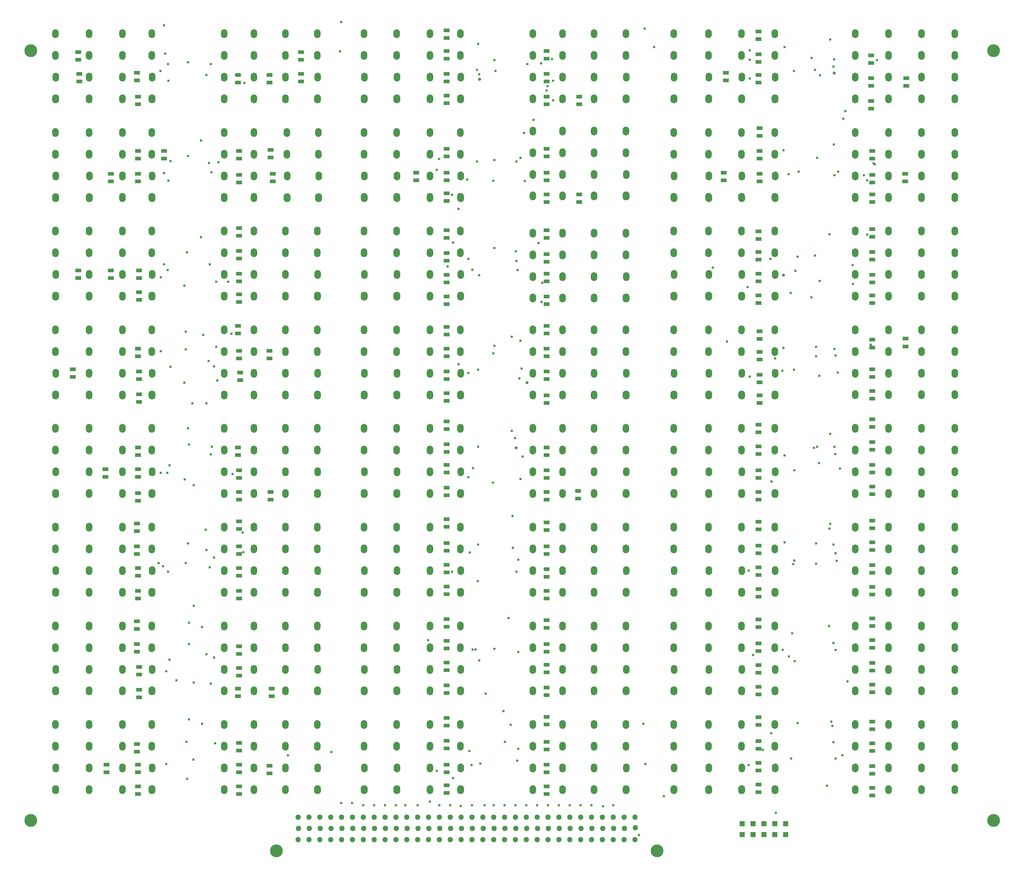
<source format=gbs>
%FSLAX42Y42*%
%MOMM*%
G71*
G01*
G75*
G04 Layer_Color=16711935*
%ADD10R,1.85X0.60*%
%ADD11C,0.30*%
G04:AMPARAMS|DCode=12|XSize=2mm|YSize=1.52mm|CornerRadius=0.61mm|HoleSize=0mm|Usage=FLASHONLY|Rotation=90.000|XOffset=0mm|YOffset=0mm|HoleType=Round|Shape=RoundedRectangle|*
%AMROUNDEDRECTD12*
21,1,2.00,0.30,0,0,90.0*
21,1,0.78,1.52,0,0,90.0*
1,1,1.22,0.15,0.39*
1,1,1.22,0.15,-0.39*
1,1,1.22,-0.15,-0.39*
1,1,1.22,-0.15,0.39*
%
%ADD12ROUNDEDRECTD12*%
%ADD13C,3.00*%
%ADD14R,1.30X1.30*%
%ADD15C,1.30*%
%ADD16C,0.60*%
%ADD17C,0.70*%
%ADD18R,1.40X0.90*%
%ADD19C,0.60*%
%ADD20C,0.25*%
%ADD21C,0.25*%
%ADD22C,0.20*%
%ADD23R,1.85X0.60*%
G04:AMPARAMS|DCode=24|XSize=2mm|YSize=1.53mm|CornerRadius=0.61mm|HoleSize=0mm|Usage=FLASHONLY|Rotation=90.000|XOffset=0mm|YOffset=0mm|HoleType=Round|Shape=RoundedRectangle|*
%AMROUNDEDRECTD24*
21,1,2.00,0.30,0,0,90.0*
21,1,0.78,1.53,0,0,90.0*
1,1,1.22,0.15,0.39*
1,1,1.22,0.15,-0.39*
1,1,1.22,-0.15,-0.39*
1,1,1.22,-0.15,0.39*
%
%ADD24ROUNDEDRECTD24*%
%ADD25C,3.00*%
%ADD26R,1.30X1.30*%
%ADD27C,1.30*%
%ADD28C,0.60*%
%ADD29C,0.70*%
%ADD30R,1.40X0.90*%
D24*
X22087Y-1941D02*
D03*
X22091Y-1942D02*
D03*
X22087Y-1941D02*
D03*
X22091Y-1436D02*
D03*
X22087Y-928D02*
D03*
Y-420D02*
D03*
X21306Y-1941D02*
D03*
X21310Y-1942D02*
D03*
X21306Y-1941D02*
D03*
X21310Y-1436D02*
D03*
X21306Y-928D02*
D03*
Y-420D02*
D03*
X20538Y-1941D02*
D03*
X20542Y-1942D02*
D03*
X20538Y-1941D02*
D03*
X20542Y-1436D02*
D03*
X20538Y-928D02*
D03*
Y-420D02*
D03*
X19757Y-1941D02*
D03*
X19761Y-1942D02*
D03*
X19757Y-1941D02*
D03*
X19761Y-1436D02*
D03*
X19757Y-928D02*
D03*
Y-420D02*
D03*
X17883Y-1941D02*
D03*
X17888Y-1942D02*
D03*
X17883Y-1941D02*
D03*
X17888Y-1436D02*
D03*
X17883Y-928D02*
D03*
Y-420D02*
D03*
X17102Y-1941D02*
D03*
X17107Y-1942D02*
D03*
X17102Y-1941D02*
D03*
X17107Y-1436D02*
D03*
X17102Y-928D02*
D03*
Y-420D02*
D03*
X16334Y-1941D02*
D03*
X16338Y-1942D02*
D03*
X16334Y-1941D02*
D03*
X16338Y-1436D02*
D03*
X16334Y-928D02*
D03*
Y-420D02*
D03*
X15519Y-1941D02*
D03*
X15523Y-1942D02*
D03*
X15519Y-1941D02*
D03*
X15523Y-1436D02*
D03*
X15519Y-928D02*
D03*
Y-420D02*
D03*
X14402Y-1941D02*
D03*
X14406Y-1942D02*
D03*
X14402Y-1941D02*
D03*
X14406Y-1436D02*
D03*
X14402Y-928D02*
D03*
Y-420D02*
D03*
X13653Y-1941D02*
D03*
X13657Y-1942D02*
D03*
X13653Y-1941D02*
D03*
X13657Y-1436D02*
D03*
X13653Y-928D02*
D03*
Y-420D02*
D03*
X12916Y-1941D02*
D03*
X12920Y-1942D02*
D03*
X12916Y-1941D02*
D03*
X12920Y-1436D02*
D03*
X12916Y-928D02*
D03*
Y-420D02*
D03*
X12224Y-1941D02*
D03*
X12228Y-1942D02*
D03*
X12224Y-1941D02*
D03*
X12228Y-1436D02*
D03*
X12224Y-928D02*
D03*
Y-420D02*
D03*
X10534Y-1941D02*
D03*
X10538Y-1942D02*
D03*
X10534Y-1941D02*
D03*
X10538Y-1436D02*
D03*
X10534Y-928D02*
D03*
Y-420D02*
D03*
X9818Y-1941D02*
D03*
X9822Y-1942D02*
D03*
X9818Y-1941D02*
D03*
X9822Y-1436D02*
D03*
X9818Y-928D02*
D03*
Y-420D02*
D03*
X9042Y-1941D02*
D03*
X9046Y-1942D02*
D03*
X9042Y-1941D02*
D03*
X9046Y-1436D02*
D03*
X9042Y-928D02*
D03*
Y-420D02*
D03*
X8282Y-1941D02*
D03*
X8286Y-1942D02*
D03*
X8282Y-1941D02*
D03*
X8286Y-1436D02*
D03*
X8282Y-928D02*
D03*
Y-420D02*
D03*
X7188Y-1941D02*
D03*
X7192Y-1942D02*
D03*
X7188Y-1941D02*
D03*
X7192Y-1436D02*
D03*
X7188Y-928D02*
D03*
Y-420D02*
D03*
X6439Y-1941D02*
D03*
X6443Y-1942D02*
D03*
X6439Y-1941D02*
D03*
X6443Y-1436D02*
D03*
X6439Y-928D02*
D03*
Y-420D02*
D03*
X5702Y-1941D02*
D03*
X5706Y-1942D02*
D03*
X5702Y-1941D02*
D03*
X5706Y-1436D02*
D03*
X5702Y-928D02*
D03*
Y-420D02*
D03*
X5010Y-1941D02*
D03*
X5014Y-1942D02*
D03*
X5010Y-1941D02*
D03*
X5014Y-1436D02*
D03*
X5010Y-928D02*
D03*
Y-420D02*
D03*
X3321Y-1941D02*
D03*
X3325Y-1942D02*
D03*
X3321Y-1941D02*
D03*
X3325Y-1436D02*
D03*
X3321Y-928D02*
D03*
Y-420D02*
D03*
X2629Y-1941D02*
D03*
X2633Y-1942D02*
D03*
X2629Y-1941D02*
D03*
X2633Y-1436D02*
D03*
X2629Y-928D02*
D03*
Y-420D02*
D03*
X1849Y-1941D02*
D03*
X1853Y-1942D02*
D03*
X1849Y-1941D02*
D03*
X1853Y-1436D02*
D03*
X1849Y-928D02*
D03*
Y-420D02*
D03*
X1068Y-1941D02*
D03*
X1072Y-1942D02*
D03*
X1068Y-1941D02*
D03*
X1072Y-1436D02*
D03*
X1068Y-928D02*
D03*
Y-420D02*
D03*
X9818Y-18096D02*
D03*
X9822Y-18096D02*
D03*
X9818Y-18096D02*
D03*
X9822Y-17590D02*
D03*
X9818Y-17082D02*
D03*
Y-16574D02*
D03*
X1849Y-13480D02*
D03*
X1853Y-13481D02*
D03*
X1849Y-13480D02*
D03*
X1853Y-12975D02*
D03*
X1849Y-12467D02*
D03*
Y-11959D02*
D03*
X1067Y-4253D02*
D03*
X1071Y-4253D02*
D03*
X1067Y-4253D02*
D03*
X1071Y-3747D02*
D03*
X1067Y-3239D02*
D03*
Y-2731D02*
D03*
X1854Y-4253D02*
D03*
X1858Y-4253D02*
D03*
X1854Y-4253D02*
D03*
X1858Y-3747D02*
D03*
X1854Y-3239D02*
D03*
Y-2731D02*
D03*
X5702Y-4249D02*
D03*
X5706Y-4250D02*
D03*
X5702Y-4249D02*
D03*
X5706Y-3744D02*
D03*
X5702Y-3236D02*
D03*
Y-2728D02*
D03*
X5010Y-4249D02*
D03*
X5014Y-4250D02*
D03*
X5010Y-4249D02*
D03*
X5014Y-3744D02*
D03*
X5010Y-3236D02*
D03*
Y-2728D02*
D03*
X7188Y-6557D02*
D03*
X7192Y-6557D02*
D03*
X7188Y-6557D02*
D03*
X7192Y-6051D02*
D03*
X7188Y-5543D02*
D03*
Y-5035D02*
D03*
X3321Y-6557D02*
D03*
X3325Y-6557D02*
D03*
X3321Y-6557D02*
D03*
X3325Y-6051D02*
D03*
X3321Y-5543D02*
D03*
Y-5035D02*
D03*
X5702Y-6557D02*
D03*
X5706Y-6557D02*
D03*
X5702Y-6557D02*
D03*
X5706Y-6051D02*
D03*
X5702Y-5543D02*
D03*
Y-5035D02*
D03*
X5010Y-6557D02*
D03*
X5014Y-6557D02*
D03*
X5010Y-6557D02*
D03*
X5014Y-6051D02*
D03*
X5010Y-5543D02*
D03*
Y-5035D02*
D03*
X3321Y-4249D02*
D03*
X3325Y-4250D02*
D03*
X3321Y-4249D02*
D03*
X3325Y-3744D02*
D03*
X3321Y-3236D02*
D03*
Y-2728D02*
D03*
X2629Y-4249D02*
D03*
X2633Y-4250D02*
D03*
X2629Y-4249D02*
D03*
X2633Y-3744D02*
D03*
X2629Y-3236D02*
D03*
Y-2728D02*
D03*
X6477Y-4253D02*
D03*
X6481Y-4253D02*
D03*
X6477Y-4253D02*
D03*
X6481Y-3747D02*
D03*
X6477Y-3239D02*
D03*
Y-2731D02*
D03*
X7213Y-4253D02*
D03*
X7217Y-4253D02*
D03*
X7213Y-4253D02*
D03*
X7217Y-3747D02*
D03*
X7213Y-3239D02*
D03*
Y-2731D02*
D03*
X2629Y-6557D02*
D03*
X2633Y-6557D02*
D03*
X2629Y-6557D02*
D03*
X2633Y-6051D02*
D03*
X2629Y-5543D02*
D03*
Y-5035D02*
D03*
X1849Y-6557D02*
D03*
X1853Y-6557D02*
D03*
X1849Y-6557D02*
D03*
X1853Y-6051D02*
D03*
X1849Y-5543D02*
D03*
Y-5035D02*
D03*
X1068Y-6557D02*
D03*
X1072Y-6557D02*
D03*
X1068Y-6557D02*
D03*
X1072Y-6051D02*
D03*
X1068Y-5543D02*
D03*
Y-5035D02*
D03*
X6439Y-6557D02*
D03*
X6443Y-6557D02*
D03*
X6439Y-6557D02*
D03*
X6443Y-6051D02*
D03*
X6439Y-5543D02*
D03*
Y-5035D02*
D03*
X6439Y-8865D02*
D03*
X6443Y-8865D02*
D03*
X6439Y-8865D02*
D03*
X6443Y-8359D02*
D03*
X6439Y-7851D02*
D03*
Y-7343D02*
D03*
X5702Y-8865D02*
D03*
X5706Y-8865D02*
D03*
X5702Y-8865D02*
D03*
X5706Y-8359D02*
D03*
X5702Y-7851D02*
D03*
Y-7343D02*
D03*
X5010Y-8865D02*
D03*
X5014Y-8865D02*
D03*
X5010Y-8865D02*
D03*
X5014Y-8359D02*
D03*
X5010Y-7851D02*
D03*
Y-7343D02*
D03*
X1849Y-8865D02*
D03*
X1853Y-8865D02*
D03*
X1849Y-8865D02*
D03*
X1853Y-8359D02*
D03*
X1849Y-7851D02*
D03*
Y-7343D02*
D03*
X3321Y-11172D02*
D03*
X3325Y-11173D02*
D03*
X3321Y-11172D02*
D03*
X3325Y-10667D02*
D03*
X3321Y-10159D02*
D03*
Y-9651D02*
D03*
X6439Y-11172D02*
D03*
X6443Y-11173D02*
D03*
X6439Y-11172D02*
D03*
X6443Y-10667D02*
D03*
X6439Y-10159D02*
D03*
Y-9651D02*
D03*
X5702Y-11172D02*
D03*
X5706Y-11173D02*
D03*
X5702Y-11172D02*
D03*
X5706Y-10667D02*
D03*
X5702Y-10159D02*
D03*
Y-9651D02*
D03*
X5010Y-11172D02*
D03*
X5014Y-11173D02*
D03*
X5010Y-11172D02*
D03*
X5014Y-10667D02*
D03*
X5010Y-10159D02*
D03*
Y-9651D02*
D03*
X3321Y-8865D02*
D03*
X3325Y-8865D02*
D03*
X3321Y-8865D02*
D03*
X3325Y-8359D02*
D03*
X3321Y-7851D02*
D03*
Y-7343D02*
D03*
X2629Y-8865D02*
D03*
X2633Y-8865D02*
D03*
X2629Y-8865D02*
D03*
X2633Y-8359D02*
D03*
X2629Y-7851D02*
D03*
Y-7343D02*
D03*
X7188Y-8865D02*
D03*
X7192Y-8865D02*
D03*
X7188Y-8865D02*
D03*
X7192Y-8359D02*
D03*
X7188Y-7851D02*
D03*
Y-7343D02*
D03*
X1068Y-8865D02*
D03*
X1072Y-8865D02*
D03*
X1068Y-8865D02*
D03*
X1072Y-8359D02*
D03*
X1068Y-7851D02*
D03*
Y-7343D02*
D03*
X2629Y-11172D02*
D03*
X2633Y-11173D02*
D03*
X2629Y-11172D02*
D03*
X2633Y-10667D02*
D03*
X2629Y-10159D02*
D03*
Y-9651D02*
D03*
X1849Y-11172D02*
D03*
X1853Y-11173D02*
D03*
X1849Y-11172D02*
D03*
X1853Y-10667D02*
D03*
X1849Y-10159D02*
D03*
Y-9651D02*
D03*
X1068Y-11172D02*
D03*
X1072Y-11173D02*
D03*
X1068Y-11172D02*
D03*
X1072Y-10667D02*
D03*
X1068Y-10159D02*
D03*
Y-9651D02*
D03*
X7188Y-11172D02*
D03*
X7192Y-11173D02*
D03*
X7188Y-11172D02*
D03*
X7192Y-10667D02*
D03*
X7188Y-10159D02*
D03*
Y-9651D02*
D03*
X3321Y-13480D02*
D03*
X3325Y-13481D02*
D03*
X3321Y-13480D02*
D03*
X3325Y-12975D02*
D03*
X3321Y-12467D02*
D03*
Y-11959D02*
D03*
X6439Y-13480D02*
D03*
X6443Y-13481D02*
D03*
X6439Y-13480D02*
D03*
X6443Y-12975D02*
D03*
X6439Y-12467D02*
D03*
Y-11959D02*
D03*
X5702Y-13480D02*
D03*
X5706Y-13481D02*
D03*
X5702Y-13480D02*
D03*
X5706Y-12975D02*
D03*
X5702Y-12467D02*
D03*
Y-11959D02*
D03*
X5010Y-13480D02*
D03*
X5014Y-13481D02*
D03*
X5010Y-13480D02*
D03*
X5014Y-12975D02*
D03*
X5010Y-12467D02*
D03*
Y-11959D02*
D03*
X3321Y-15788D02*
D03*
X3325Y-15788D02*
D03*
X3321Y-15788D02*
D03*
X3325Y-15282D02*
D03*
X3321Y-14774D02*
D03*
Y-14266D02*
D03*
X6439Y-15788D02*
D03*
X6443Y-15788D02*
D03*
X6439Y-15788D02*
D03*
X6443Y-15282D02*
D03*
X6439Y-14774D02*
D03*
Y-14266D02*
D03*
X5702Y-15788D02*
D03*
X5706Y-15788D02*
D03*
X5702Y-15788D02*
D03*
X5706Y-15282D02*
D03*
X5702Y-14774D02*
D03*
Y-14266D02*
D03*
X5010Y-15788D02*
D03*
X5014Y-15788D02*
D03*
X5010Y-15788D02*
D03*
X5014Y-15282D02*
D03*
X5010Y-14774D02*
D03*
Y-14266D02*
D03*
X2629Y-13480D02*
D03*
X2633Y-13481D02*
D03*
X2629Y-13480D02*
D03*
X2633Y-12975D02*
D03*
X2629Y-12467D02*
D03*
Y-11959D02*
D03*
X1068Y-13480D02*
D03*
X1072Y-13481D02*
D03*
X1068Y-13480D02*
D03*
X1072Y-12975D02*
D03*
X1068Y-12467D02*
D03*
Y-11959D02*
D03*
X7188Y-13480D02*
D03*
X7192Y-13481D02*
D03*
X7188Y-13480D02*
D03*
X7192Y-12975D02*
D03*
X7188Y-12467D02*
D03*
Y-11959D02*
D03*
X2629Y-15788D02*
D03*
X2633Y-15788D02*
D03*
X2629Y-15788D02*
D03*
X2633Y-15282D02*
D03*
X2629Y-14774D02*
D03*
Y-14266D02*
D03*
X1849Y-15788D02*
D03*
X1853Y-15788D02*
D03*
X1849Y-15788D02*
D03*
X1853Y-15282D02*
D03*
X1849Y-14774D02*
D03*
Y-14266D02*
D03*
X1068Y-15788D02*
D03*
X1072Y-15788D02*
D03*
X1068Y-15788D02*
D03*
X1072Y-15282D02*
D03*
X1068Y-14774D02*
D03*
Y-14266D02*
D03*
X7188Y-15788D02*
D03*
X7192Y-15788D02*
D03*
X7188Y-15788D02*
D03*
X7192Y-15282D02*
D03*
X7188Y-14774D02*
D03*
Y-14266D02*
D03*
X3321Y-18096D02*
D03*
X3325Y-18096D02*
D03*
X3321Y-18096D02*
D03*
X3325Y-17590D02*
D03*
X3321Y-17082D02*
D03*
Y-16574D02*
D03*
X6439Y-18096D02*
D03*
X6443Y-18096D02*
D03*
X6439Y-18096D02*
D03*
X6443Y-17590D02*
D03*
X6439Y-17082D02*
D03*
Y-16574D02*
D03*
X5702Y-18096D02*
D03*
X5706Y-18096D02*
D03*
X5702Y-18096D02*
D03*
X5706Y-17590D02*
D03*
X5702Y-17082D02*
D03*
Y-16574D02*
D03*
X5010Y-18096D02*
D03*
X5014Y-18096D02*
D03*
X5010Y-18096D02*
D03*
X5014Y-17590D02*
D03*
X5010Y-17082D02*
D03*
Y-16574D02*
D03*
X2629Y-18096D02*
D03*
X2633Y-18096D02*
D03*
X2629Y-18096D02*
D03*
X2633Y-17590D02*
D03*
X2629Y-17082D02*
D03*
Y-16574D02*
D03*
X1849Y-18096D02*
D03*
X1853Y-18096D02*
D03*
X1849Y-18096D02*
D03*
X1853Y-17590D02*
D03*
X1849Y-17082D02*
D03*
Y-16574D02*
D03*
X1068Y-18096D02*
D03*
X1072Y-18096D02*
D03*
X1068Y-18096D02*
D03*
X1072Y-17590D02*
D03*
X1068Y-17082D02*
D03*
Y-16574D02*
D03*
X7188Y-18096D02*
D03*
X7192Y-18096D02*
D03*
X7188Y-18096D02*
D03*
X7192Y-17590D02*
D03*
X7188Y-17082D02*
D03*
Y-16574D02*
D03*
X9042Y-18096D02*
D03*
X9046Y-18096D02*
D03*
X9042Y-18096D02*
D03*
X9046Y-17590D02*
D03*
X9042Y-17082D02*
D03*
Y-16574D02*
D03*
X8282Y-18096D02*
D03*
X8286Y-18096D02*
D03*
X8282Y-18096D02*
D03*
X8286Y-17590D02*
D03*
X8282Y-17082D02*
D03*
Y-16574D02*
D03*
X12916Y-18096D02*
D03*
X12920Y-18096D02*
D03*
X12916Y-18096D02*
D03*
X12920Y-17590D02*
D03*
X12916Y-17082D02*
D03*
Y-16574D02*
D03*
X12224Y-18096D02*
D03*
X12228Y-18096D02*
D03*
X12224Y-18096D02*
D03*
X12228Y-17590D02*
D03*
X12224Y-17082D02*
D03*
Y-16574D02*
D03*
X14402Y-18096D02*
D03*
X14406Y-18096D02*
D03*
X14402Y-18096D02*
D03*
X14406Y-17590D02*
D03*
X14402Y-17082D02*
D03*
Y-16574D02*
D03*
X13653Y-18096D02*
D03*
X13657Y-18096D02*
D03*
X13653Y-18096D02*
D03*
X13657Y-17590D02*
D03*
X13653Y-17082D02*
D03*
Y-16574D02*
D03*
X9042Y-15788D02*
D03*
X9046Y-15788D02*
D03*
X9042Y-15788D02*
D03*
X9046Y-15282D02*
D03*
X9042Y-14774D02*
D03*
Y-14266D02*
D03*
X8282Y-15788D02*
D03*
X8286Y-15788D02*
D03*
X8282Y-15788D02*
D03*
X8286Y-15282D02*
D03*
X8282Y-14774D02*
D03*
Y-14266D02*
D03*
X12916Y-15788D02*
D03*
X12920Y-15788D02*
D03*
X12916Y-15788D02*
D03*
X12920Y-15282D02*
D03*
X12916Y-14774D02*
D03*
Y-14266D02*
D03*
X12224Y-15788D02*
D03*
X12228Y-15788D02*
D03*
X12224Y-15788D02*
D03*
X12228Y-15282D02*
D03*
X12224Y-14774D02*
D03*
Y-14266D02*
D03*
X10534Y-15788D02*
D03*
X10538Y-15788D02*
D03*
X10534Y-15788D02*
D03*
X10538Y-15282D02*
D03*
X10534Y-14774D02*
D03*
Y-14266D02*
D03*
X9818Y-15788D02*
D03*
X9822Y-15788D02*
D03*
X9818Y-15788D02*
D03*
X9822Y-15282D02*
D03*
X9818Y-14774D02*
D03*
Y-14266D02*
D03*
X14402Y-15788D02*
D03*
X14406Y-15788D02*
D03*
X14402Y-15788D02*
D03*
X14406Y-15282D02*
D03*
X14402Y-14774D02*
D03*
Y-14266D02*
D03*
X13653Y-15788D02*
D03*
X13657Y-15788D02*
D03*
X13653Y-15788D02*
D03*
X13657Y-15282D02*
D03*
X13653Y-14774D02*
D03*
Y-14266D02*
D03*
X9042Y-13480D02*
D03*
X9046Y-13481D02*
D03*
X9042Y-13480D02*
D03*
X9046Y-12975D02*
D03*
X9042Y-12467D02*
D03*
Y-11959D02*
D03*
X8282Y-13480D02*
D03*
X8286Y-13481D02*
D03*
X8282Y-13480D02*
D03*
X8286Y-12975D02*
D03*
X8282Y-12467D02*
D03*
Y-11959D02*
D03*
X12916Y-13480D02*
D03*
X12920Y-13481D02*
D03*
X12916Y-13480D02*
D03*
X12920Y-12975D02*
D03*
X12916Y-12467D02*
D03*
Y-11959D02*
D03*
X12224Y-13480D02*
D03*
X12228Y-13481D02*
D03*
X12224Y-13480D02*
D03*
X12228Y-12975D02*
D03*
X12224Y-12467D02*
D03*
Y-11959D02*
D03*
X10534Y-13480D02*
D03*
X10538Y-13481D02*
D03*
X10534Y-13480D02*
D03*
X10538Y-12975D02*
D03*
X10534Y-12467D02*
D03*
Y-11959D02*
D03*
X9818Y-13480D02*
D03*
X9822Y-13481D02*
D03*
X9818Y-13480D02*
D03*
X9822Y-12975D02*
D03*
X9818Y-12467D02*
D03*
Y-11959D02*
D03*
X14402Y-13480D02*
D03*
X14406Y-13481D02*
D03*
X14402Y-13480D02*
D03*
X14406Y-12975D02*
D03*
X14402Y-12467D02*
D03*
Y-11959D02*
D03*
X13653Y-13480D02*
D03*
X13657Y-13481D02*
D03*
X13653Y-13480D02*
D03*
X13657Y-12975D02*
D03*
X13653Y-12467D02*
D03*
Y-11959D02*
D03*
X9042Y-11172D02*
D03*
X9046Y-11173D02*
D03*
X9042Y-11172D02*
D03*
X9046Y-10667D02*
D03*
X9042Y-10159D02*
D03*
Y-9651D02*
D03*
X8282Y-11172D02*
D03*
X8286Y-11173D02*
D03*
X8282Y-11172D02*
D03*
X8286Y-10667D02*
D03*
X8282Y-10159D02*
D03*
Y-9651D02*
D03*
X12916Y-11172D02*
D03*
X12920Y-11173D02*
D03*
X12916Y-11172D02*
D03*
X12920Y-10667D02*
D03*
X12916Y-10159D02*
D03*
Y-9651D02*
D03*
X12224Y-11172D02*
D03*
X12228Y-11173D02*
D03*
X12224Y-11172D02*
D03*
X12228Y-10667D02*
D03*
X12224Y-10159D02*
D03*
Y-9651D02*
D03*
X14402Y-8865D02*
D03*
X14406Y-8865D02*
D03*
X14402Y-8865D02*
D03*
X14406Y-8359D02*
D03*
X14402Y-7851D02*
D03*
Y-7343D02*
D03*
X9042Y-8865D02*
D03*
X9046Y-8865D02*
D03*
X9042Y-8865D02*
D03*
X9046Y-8359D02*
D03*
X9042Y-7851D02*
D03*
Y-7343D02*
D03*
X8282Y-8865D02*
D03*
X8286Y-8865D02*
D03*
X8282Y-8865D02*
D03*
X8286Y-8359D02*
D03*
X8282Y-7851D02*
D03*
Y-7343D02*
D03*
X12224Y-8865D02*
D03*
X12228Y-8865D02*
D03*
X12224Y-8865D02*
D03*
X12228Y-8359D02*
D03*
X12224Y-7851D02*
D03*
Y-7343D02*
D03*
X10534Y-11172D02*
D03*
X10538Y-11173D02*
D03*
X10534Y-11172D02*
D03*
X10538Y-10667D02*
D03*
X10534Y-10159D02*
D03*
Y-9651D02*
D03*
X9818Y-11172D02*
D03*
X9822Y-11173D02*
D03*
X9818Y-11172D02*
D03*
X9822Y-10667D02*
D03*
X9818Y-10159D02*
D03*
Y-9651D02*
D03*
X14402Y-11172D02*
D03*
X14406Y-11173D02*
D03*
X14402Y-11172D02*
D03*
X14406Y-10667D02*
D03*
X14402Y-10159D02*
D03*
Y-9651D02*
D03*
X13653Y-11172D02*
D03*
X13657Y-11173D02*
D03*
X13653Y-11172D02*
D03*
X13657Y-10667D02*
D03*
X13653Y-10159D02*
D03*
Y-9651D02*
D03*
X10534Y-8865D02*
D03*
X10538Y-8865D02*
D03*
X10534Y-8865D02*
D03*
X10538Y-8359D02*
D03*
X10534Y-7851D02*
D03*
Y-7343D02*
D03*
X9818Y-8865D02*
D03*
X9822Y-8865D02*
D03*
X9818Y-8865D02*
D03*
X9822Y-8359D02*
D03*
X9818Y-7851D02*
D03*
Y-7343D02*
D03*
X13653Y-8865D02*
D03*
X13657Y-8865D02*
D03*
X13653Y-8865D02*
D03*
X13657Y-8359D02*
D03*
X13653Y-7851D02*
D03*
Y-7343D02*
D03*
X12916Y-8865D02*
D03*
X12920Y-8865D02*
D03*
X12916Y-8865D02*
D03*
X12920Y-8359D02*
D03*
X12916Y-7851D02*
D03*
Y-7343D02*
D03*
X9042Y-6557D02*
D03*
X9046Y-6557D02*
D03*
X9042Y-6557D02*
D03*
X9046Y-6051D02*
D03*
X9042Y-5543D02*
D03*
Y-5035D02*
D03*
X8282Y-6557D02*
D03*
X8286Y-6557D02*
D03*
X8282Y-6557D02*
D03*
X8286Y-6051D02*
D03*
X8282Y-5543D02*
D03*
Y-5035D02*
D03*
X12916Y-6602D02*
D03*
X12920Y-6602D02*
D03*
X12916Y-6602D02*
D03*
X12920Y-6096D02*
D03*
X12916Y-5588D02*
D03*
Y-5080D02*
D03*
X12224Y-6602D02*
D03*
X12228Y-6602D02*
D03*
X12224Y-6602D02*
D03*
X12228Y-6096D02*
D03*
X12224Y-5588D02*
D03*
Y-5080D02*
D03*
X9042Y-4249D02*
D03*
X9046Y-4250D02*
D03*
X9042Y-4249D02*
D03*
X9046Y-3744D02*
D03*
X9042Y-3236D02*
D03*
Y-2728D02*
D03*
X8282Y-4249D02*
D03*
X8286Y-4250D02*
D03*
X8282Y-4249D02*
D03*
X8286Y-3744D02*
D03*
X8282Y-3236D02*
D03*
Y-2728D02*
D03*
X12916Y-4214D02*
D03*
X12920Y-4214D02*
D03*
X12916Y-4214D02*
D03*
X12920Y-3708D02*
D03*
X12916Y-3200D02*
D03*
Y-2692D02*
D03*
X12224Y-4214D02*
D03*
X12228Y-4214D02*
D03*
X12224Y-4214D02*
D03*
X12228Y-3708D02*
D03*
X12224Y-3200D02*
D03*
Y-2692D02*
D03*
X10534Y-6557D02*
D03*
X10538Y-6557D02*
D03*
X10534Y-6557D02*
D03*
X10538Y-6051D02*
D03*
X10534Y-5543D02*
D03*
Y-5035D02*
D03*
X9818Y-6557D02*
D03*
X9822Y-6557D02*
D03*
X9818Y-6557D02*
D03*
X9822Y-6051D02*
D03*
X9818Y-5543D02*
D03*
Y-5035D02*
D03*
X14402Y-6602D02*
D03*
X14406Y-6602D02*
D03*
X14402Y-6602D02*
D03*
X14406Y-6096D02*
D03*
X14402Y-5588D02*
D03*
Y-5080D02*
D03*
X13653Y-6602D02*
D03*
X13657Y-6602D02*
D03*
X13653Y-6602D02*
D03*
X13657Y-6096D02*
D03*
X13653Y-5588D02*
D03*
Y-5080D02*
D03*
X10534Y-4249D02*
D03*
X10538Y-4250D02*
D03*
X10534Y-4249D02*
D03*
X10538Y-3744D02*
D03*
X10534Y-3236D02*
D03*
Y-2728D02*
D03*
X9818Y-4249D02*
D03*
X9822Y-4250D02*
D03*
X9818Y-4249D02*
D03*
X9822Y-3744D02*
D03*
X9818Y-3236D02*
D03*
Y-2728D02*
D03*
X14402Y-4214D02*
D03*
X14406Y-4214D02*
D03*
X14402Y-4214D02*
D03*
X14406Y-3708D02*
D03*
X14402Y-3200D02*
D03*
Y-2692D02*
D03*
X13653Y-4214D02*
D03*
X13657Y-4214D02*
D03*
X13653Y-4214D02*
D03*
X13657Y-3708D02*
D03*
X13653Y-3200D02*
D03*
Y-2692D02*
D03*
X16334Y-4249D02*
D03*
X16338Y-4250D02*
D03*
X16334Y-4249D02*
D03*
X16338Y-3744D02*
D03*
X16334Y-3236D02*
D03*
Y-2728D02*
D03*
X15519Y-4249D02*
D03*
X15523Y-4250D02*
D03*
X15519Y-4249D02*
D03*
X15523Y-3744D02*
D03*
X15519Y-3236D02*
D03*
Y-2728D02*
D03*
X20538Y-4249D02*
D03*
X20542Y-4250D02*
D03*
X20538Y-4249D02*
D03*
X20542Y-3744D02*
D03*
X20538Y-3236D02*
D03*
Y-2728D02*
D03*
X19757Y-4249D02*
D03*
X19761Y-4250D02*
D03*
X19757Y-4249D02*
D03*
X19761Y-3744D02*
D03*
X19757Y-3236D02*
D03*
Y-2728D02*
D03*
X16334Y-6557D02*
D03*
X16338Y-6557D02*
D03*
X16334Y-6557D02*
D03*
X16338Y-6051D02*
D03*
X16334Y-5543D02*
D03*
Y-5035D02*
D03*
X15519Y-6557D02*
D03*
X15523Y-6557D02*
D03*
X15519Y-6557D02*
D03*
X15523Y-6051D02*
D03*
X15519Y-5543D02*
D03*
Y-5035D02*
D03*
X20538Y-6557D02*
D03*
X20542Y-6557D02*
D03*
X20538Y-6557D02*
D03*
X20542Y-6051D02*
D03*
X20538Y-5543D02*
D03*
Y-5035D02*
D03*
X19757Y-6557D02*
D03*
X19761Y-6557D02*
D03*
X19757Y-6557D02*
D03*
X19761Y-6051D02*
D03*
X19757Y-5543D02*
D03*
Y-5035D02*
D03*
X17883Y-4249D02*
D03*
X17888Y-4250D02*
D03*
X17883Y-4249D02*
D03*
X17888Y-3744D02*
D03*
X17883Y-3236D02*
D03*
Y-2728D02*
D03*
X17102Y-4249D02*
D03*
X17107Y-4250D02*
D03*
X17102Y-4249D02*
D03*
X17107Y-3744D02*
D03*
X17102Y-3236D02*
D03*
Y-2728D02*
D03*
X22087Y-4249D02*
D03*
X22091Y-4250D02*
D03*
X22087Y-4249D02*
D03*
X22091Y-3744D02*
D03*
X22087Y-3236D02*
D03*
Y-2728D02*
D03*
X21306Y-4249D02*
D03*
X21310Y-4250D02*
D03*
X21306Y-4249D02*
D03*
X21310Y-3744D02*
D03*
X21306Y-3236D02*
D03*
Y-2728D02*
D03*
X17883Y-6557D02*
D03*
X17888Y-6557D02*
D03*
X17883Y-6557D02*
D03*
X17888Y-6051D02*
D03*
X17883Y-5543D02*
D03*
Y-5035D02*
D03*
X17102Y-6557D02*
D03*
X17107Y-6557D02*
D03*
X17102Y-6557D02*
D03*
X17107Y-6051D02*
D03*
X17102Y-5543D02*
D03*
Y-5035D02*
D03*
X22087Y-6557D02*
D03*
X22091Y-6557D02*
D03*
X22087Y-6557D02*
D03*
X22091Y-6051D02*
D03*
X22087Y-5543D02*
D03*
Y-5035D02*
D03*
X21306Y-6557D02*
D03*
X21310Y-6557D02*
D03*
X21306Y-6557D02*
D03*
X21310Y-6051D02*
D03*
X21306Y-5543D02*
D03*
Y-5035D02*
D03*
X16334Y-8865D02*
D03*
X16338Y-8865D02*
D03*
X16334Y-8865D02*
D03*
X16338Y-8359D02*
D03*
X16334Y-7851D02*
D03*
Y-7343D02*
D03*
X15519Y-8865D02*
D03*
X15523Y-8865D02*
D03*
X15519Y-8865D02*
D03*
X15523Y-8359D02*
D03*
X15519Y-7851D02*
D03*
Y-7343D02*
D03*
X20538Y-8862D02*
D03*
X20542Y-8863D02*
D03*
X20538Y-8862D02*
D03*
X20542Y-8357D02*
D03*
X20538Y-7849D02*
D03*
Y-7341D02*
D03*
X19757Y-8862D02*
D03*
X19761Y-8863D02*
D03*
X19757Y-8862D02*
D03*
X19761Y-8357D02*
D03*
X19757Y-7849D02*
D03*
Y-7341D02*
D03*
X17883Y-8865D02*
D03*
X17888Y-8865D02*
D03*
X17883Y-8865D02*
D03*
X17888Y-8359D02*
D03*
X17883Y-7851D02*
D03*
Y-7343D02*
D03*
X17102Y-8865D02*
D03*
X17107Y-8865D02*
D03*
X17102Y-8865D02*
D03*
X17107Y-8359D02*
D03*
X17102Y-7851D02*
D03*
Y-7343D02*
D03*
X22087Y-8862D02*
D03*
X22091Y-8863D02*
D03*
X22087Y-8862D02*
D03*
X22091Y-8357D02*
D03*
X22087Y-7849D02*
D03*
Y-7341D02*
D03*
X21306Y-8862D02*
D03*
X21310Y-8863D02*
D03*
X21306Y-8862D02*
D03*
X21310Y-8357D02*
D03*
X21306Y-7849D02*
D03*
Y-7341D02*
D03*
X16334Y-11172D02*
D03*
X16338Y-11173D02*
D03*
X16334Y-11172D02*
D03*
X16338Y-10667D02*
D03*
X16334Y-10159D02*
D03*
Y-9651D02*
D03*
X15519Y-11172D02*
D03*
X15523Y-11173D02*
D03*
X15519Y-11172D02*
D03*
X15523Y-10667D02*
D03*
X15519Y-10159D02*
D03*
Y-9651D02*
D03*
X19757Y-11172D02*
D03*
X19761Y-11173D02*
D03*
X19757Y-11172D02*
D03*
X19761Y-10667D02*
D03*
X19757Y-10159D02*
D03*
Y-9651D02*
D03*
X17883Y-11172D02*
D03*
X17888Y-11173D02*
D03*
X17883Y-11172D02*
D03*
X17888Y-10667D02*
D03*
X17883Y-10159D02*
D03*
Y-9651D02*
D03*
X17102Y-11172D02*
D03*
X17107Y-11173D02*
D03*
X17102Y-11172D02*
D03*
X17107Y-10667D02*
D03*
X17102Y-10159D02*
D03*
Y-9651D02*
D03*
X22087Y-11172D02*
D03*
X22091Y-11173D02*
D03*
X22087Y-11172D02*
D03*
X22091Y-10667D02*
D03*
X22087Y-10159D02*
D03*
Y-9651D02*
D03*
X21306Y-11172D02*
D03*
X21310Y-11173D02*
D03*
X21306Y-11172D02*
D03*
X21310Y-10667D02*
D03*
X21306Y-10159D02*
D03*
Y-9651D02*
D03*
X16334Y-13480D02*
D03*
X16338Y-13481D02*
D03*
X16334Y-13480D02*
D03*
X16338Y-12975D02*
D03*
X16334Y-12467D02*
D03*
Y-11959D02*
D03*
X15519Y-13480D02*
D03*
X15523Y-13481D02*
D03*
X15519Y-13480D02*
D03*
X15523Y-12975D02*
D03*
X15519Y-12467D02*
D03*
Y-11959D02*
D03*
X20538Y-13480D02*
D03*
X20542Y-13481D02*
D03*
X20538Y-13480D02*
D03*
X20542Y-12975D02*
D03*
X20538Y-12467D02*
D03*
Y-11959D02*
D03*
X19757Y-13480D02*
D03*
X19761Y-13481D02*
D03*
X19757Y-13480D02*
D03*
X19761Y-12975D02*
D03*
X19757Y-12467D02*
D03*
Y-11959D02*
D03*
X17883Y-13480D02*
D03*
X17888Y-13481D02*
D03*
X17883Y-13480D02*
D03*
X17888Y-12975D02*
D03*
X17883Y-12467D02*
D03*
Y-11959D02*
D03*
X17102Y-13480D02*
D03*
X17107Y-13481D02*
D03*
X17102Y-13480D02*
D03*
X17107Y-12975D02*
D03*
X17102Y-12467D02*
D03*
Y-11959D02*
D03*
X22087Y-13480D02*
D03*
X22091Y-13481D02*
D03*
X22087Y-13480D02*
D03*
X22091Y-12975D02*
D03*
X22087Y-12467D02*
D03*
Y-11959D02*
D03*
X21306Y-13480D02*
D03*
X21310Y-13481D02*
D03*
X21306Y-13480D02*
D03*
X21310Y-12975D02*
D03*
X21306Y-12467D02*
D03*
Y-11959D02*
D03*
X16334Y-15788D02*
D03*
X16338Y-15788D02*
D03*
X16334Y-15788D02*
D03*
X16338Y-15282D02*
D03*
X16334Y-14774D02*
D03*
Y-14266D02*
D03*
X15519Y-15788D02*
D03*
X15523Y-15788D02*
D03*
X15519Y-15788D02*
D03*
X15523Y-15282D02*
D03*
X15519Y-14774D02*
D03*
Y-14266D02*
D03*
X20538Y-15788D02*
D03*
X20542Y-15788D02*
D03*
X20538Y-15788D02*
D03*
X20542Y-15282D02*
D03*
X20538Y-14774D02*
D03*
Y-14266D02*
D03*
X19757Y-15788D02*
D03*
X19761Y-15788D02*
D03*
X19757Y-15788D02*
D03*
X19761Y-15282D02*
D03*
X19757Y-14774D02*
D03*
Y-14266D02*
D03*
X17883Y-15788D02*
D03*
X17888Y-15788D02*
D03*
X17883Y-15788D02*
D03*
X17888Y-15282D02*
D03*
X17883Y-14774D02*
D03*
Y-14266D02*
D03*
X17102Y-15788D02*
D03*
X17107Y-15788D02*
D03*
X17102Y-15788D02*
D03*
X17107Y-15282D02*
D03*
X17102Y-14774D02*
D03*
Y-14266D02*
D03*
X22087Y-15788D02*
D03*
X22091Y-15788D02*
D03*
X22087Y-15788D02*
D03*
X22091Y-15282D02*
D03*
X22087Y-14774D02*
D03*
Y-14266D02*
D03*
X21306Y-15788D02*
D03*
X21310Y-15788D02*
D03*
X21306Y-15788D02*
D03*
X21310Y-15282D02*
D03*
X21306Y-14774D02*
D03*
Y-14266D02*
D03*
X16334Y-18096D02*
D03*
X16338Y-18096D02*
D03*
X16334Y-18096D02*
D03*
X16338Y-17590D02*
D03*
X16334Y-17082D02*
D03*
Y-16574D02*
D03*
X15519Y-18096D02*
D03*
X15523Y-18096D02*
D03*
X15519Y-18096D02*
D03*
X15523Y-17590D02*
D03*
X15519Y-17082D02*
D03*
Y-16574D02*
D03*
X20538Y-18096D02*
D03*
X20542Y-18096D02*
D03*
X20538Y-18096D02*
D03*
X20542Y-17590D02*
D03*
X20538Y-17082D02*
D03*
Y-16574D02*
D03*
X17102Y-18096D02*
D03*
X17107Y-18096D02*
D03*
X17102Y-18096D02*
D03*
X17107Y-17590D02*
D03*
X17102Y-17082D02*
D03*
Y-16574D02*
D03*
X22087Y-18096D02*
D03*
X22091Y-18096D02*
D03*
X22087Y-18096D02*
D03*
X22091Y-17590D02*
D03*
X22087Y-17082D02*
D03*
Y-16574D02*
D03*
X21306Y-18096D02*
D03*
X21310Y-18096D02*
D03*
X21306Y-18096D02*
D03*
X21310Y-17590D02*
D03*
X21306Y-17082D02*
D03*
Y-16574D02*
D03*
X19757Y-18096D02*
D03*
X19761Y-18096D02*
D03*
X19757Y-18096D02*
D03*
X19761Y-17590D02*
D03*
X19757Y-17082D02*
D03*
Y-16574D02*
D03*
X17883Y-18096D02*
D03*
X17888Y-18096D02*
D03*
X17883Y-18096D02*
D03*
X17888Y-17590D02*
D03*
X17883Y-17082D02*
D03*
Y-16574D02*
D03*
X20538Y-11172D02*
D03*
X20542Y-11173D02*
D03*
X20538Y-11172D02*
D03*
X20542Y-10667D02*
D03*
X20538Y-10159D02*
D03*
Y-9651D02*
D03*
X10534Y-18096D02*
D03*
X10538Y-18096D02*
D03*
X10534Y-18096D02*
D03*
X10538Y-17590D02*
D03*
X10534Y-17082D02*
D03*
Y-16574D02*
D03*
D25*
X490Y-820D02*
D03*
X22990D02*
D03*
Y-18820D02*
D03*
X490D02*
D03*
X15128Y-19524D02*
D03*
X6228D02*
D03*
D26*
X17119Y-18896D02*
D03*
X17373D02*
D03*
X17627D02*
D03*
X17881D02*
D03*
X18135D02*
D03*
Y-19150D02*
D03*
X17627D02*
D03*
X17119D02*
D03*
X17373D02*
D03*
X17881D02*
D03*
D27*
X14361Y-19268D02*
D03*
X14107D02*
D03*
X13853D02*
D03*
X13599D02*
D03*
X13345D02*
D03*
X13091D02*
D03*
X12837D02*
D03*
X12583D02*
D03*
X12329D02*
D03*
X12075D02*
D03*
X11821D02*
D03*
X11567D02*
D03*
X11313D02*
D03*
X11059D02*
D03*
X10805D02*
D03*
X10551D02*
D03*
X10297D02*
D03*
X10043D02*
D03*
X9789D02*
D03*
X9535D02*
D03*
X9281D02*
D03*
X9027D02*
D03*
X8773D02*
D03*
X8519D02*
D03*
X8265D02*
D03*
X8011D02*
D03*
X7757D02*
D03*
X7503D02*
D03*
X7249D02*
D03*
X6995D02*
D03*
X14615D02*
D03*
X6741D02*
D03*
X14364Y-18999D02*
D03*
X14110D02*
D03*
X13856D02*
D03*
X13602D02*
D03*
X13348D02*
D03*
X13094D02*
D03*
X12840D02*
D03*
X12586D02*
D03*
X12332D02*
D03*
X12078D02*
D03*
X11824D02*
D03*
X11570D02*
D03*
X11316D02*
D03*
X11062D02*
D03*
X10808D02*
D03*
X10554D02*
D03*
X10300D02*
D03*
X10046D02*
D03*
X9792D02*
D03*
X9538D02*
D03*
X9284D02*
D03*
X9030D02*
D03*
X8776D02*
D03*
X8522D02*
D03*
X8268D02*
D03*
X8014D02*
D03*
X7760D02*
D03*
X7506D02*
D03*
X7252D02*
D03*
X6998D02*
D03*
X14618Y-18989D02*
D03*
X6744Y-18999D02*
D03*
X14361Y-18740D02*
D03*
X14107D02*
D03*
X13853D02*
D03*
X13599D02*
D03*
X13345D02*
D03*
X13091D02*
D03*
X12837D02*
D03*
X12583D02*
D03*
X12329D02*
D03*
X12075D02*
D03*
X11821D02*
D03*
X11567D02*
D03*
X11313D02*
D03*
X11059D02*
D03*
X10805D02*
D03*
X10551D02*
D03*
X10297D02*
D03*
X10043D02*
D03*
X9789D02*
D03*
X9535D02*
D03*
X9281D02*
D03*
X9027D02*
D03*
X8773D02*
D03*
X8519D02*
D03*
X8265D02*
D03*
X8011D02*
D03*
X7757D02*
D03*
X7503D02*
D03*
X7249D02*
D03*
X6995D02*
D03*
X14615D02*
D03*
X6741D02*
D03*
D28*
X9779Y-14603D02*
D03*
X5207Y-10717D02*
D03*
X4851Y-8533D02*
D03*
X6497Y-17296D02*
D03*
X10363Y-17829D02*
D03*
X9982Y-17654D02*
D03*
X19248Y-14671D02*
D03*
X10795Y-17524D02*
D03*
X4115Y-12800D02*
D03*
X3632Y-887D02*
D03*
X12522Y-8482D02*
D03*
X12544Y-7978D02*
D03*
X20218Y-3478D02*
D03*
X20193Y-3453D02*
D03*
X7747Y-151D02*
D03*
X7721Y-836D02*
D03*
X10236Y-5866D02*
D03*
X10363Y-5307D02*
D03*
X17602Y-17169D02*
D03*
X17272Y-17524D02*
D03*
X14808Y-16559D02*
D03*
X14859Y-17499D02*
D03*
X11572Y-16978D02*
D03*
X13599Y-18464D02*
D03*
X18847Y-12343D02*
D03*
X19253Y-12368D02*
D03*
X18339Y-12735D02*
D03*
X18313Y-12825D02*
D03*
X11887Y-12724D02*
D03*
X11760Y-12444D02*
D03*
X10947Y-12368D02*
D03*
X10338Y-13003D02*
D03*
X10748Y-12550D02*
D03*
X5461Y-12546D02*
D03*
X5440Y-12089D02*
D03*
X3581Y-12876D02*
D03*
X4165Y-12343D02*
D03*
X11303Y-7898D02*
D03*
X18415Y-5637D02*
D03*
X12446Y-6247D02*
D03*
X12428Y-6696D02*
D03*
X10033Y-3351D02*
D03*
X9982Y-3605D02*
D03*
X10490Y-4519D02*
D03*
X10338Y-4189D02*
D03*
X17297Y-1471D02*
D03*
X12573Y-1649D02*
D03*
X12547Y-1751D02*
D03*
X12099Y-1133D02*
D03*
X12420Y-1116D02*
D03*
X19177Y-9777D02*
D03*
X15291Y-18247D02*
D03*
X9027Y-18464D02*
D03*
X17907Y-18642D02*
D03*
X4699Y-1129D02*
D03*
X3759Y-3402D02*
D03*
X3607Y-3681D02*
D03*
X3708Y-3859D02*
D03*
X3530Y-6120D02*
D03*
X4079Y-8584D02*
D03*
X3530Y-7847D02*
D03*
X4267Y-9066D02*
D03*
X4597Y-12495D02*
D03*
X4775Y-12673D02*
D03*
X4303Y-13796D02*
D03*
X4300Y-15594D02*
D03*
X3657Y-17499D02*
D03*
X10934Y-13221D02*
D03*
X10719Y-10793D02*
D03*
X10828Y-10575D02*
D03*
X11933Y-10836D02*
D03*
X10719Y-8355D02*
D03*
X10973Y-6069D02*
D03*
X11303Y-3854D02*
D03*
X12040Y-3867D02*
D03*
X18206Y-3707D02*
D03*
X17246Y-6348D02*
D03*
X18328Y-8279D02*
D03*
X19405Y-10590D02*
D03*
X19329Y-12749D02*
D03*
X18344Y-15088D02*
D03*
X19583Y-15568D02*
D03*
X18262Y-17372D02*
D03*
X19304D02*
D03*
X4470Y-5180D02*
D03*
X19177Y-557D02*
D03*
X20269Y-1040D02*
D03*
X10490Y-8152D02*
D03*
X10973Y-15077D02*
D03*
X12357Y-5312D02*
D03*
X18745Y-989D02*
D03*
X17297Y-1032D02*
D03*
X18326Y-1294D02*
D03*
X18110Y-735D02*
D03*
X18821Y-1268D02*
D03*
X18872Y-3326D02*
D03*
X19278Y-3732D02*
D03*
X18821Y-5612D02*
D03*
X19278Y-10082D02*
D03*
X11883Y-14878D02*
D03*
X11536Y-16262D02*
D03*
X3756Y-8205D02*
D03*
X5181Y-7440D02*
D03*
X19964Y-3732D02*
D03*
X11862Y-17423D02*
D03*
X4673Y-12901D02*
D03*
X4300Y-10976D02*
D03*
X4699Y-10260D02*
D03*
X4597Y-9066D02*
D03*
X4775Y-8202D02*
D03*
X3660Y-15331D02*
D03*
X4165Y-3284D02*
D03*
Y-9650D02*
D03*
X11709Y-16584D02*
D03*
X3683Y-10692D02*
D03*
X19355Y-8342D02*
D03*
X18872Y-10082D02*
D03*
X19278Y-7796D02*
D03*
X18847Y-7745D02*
D03*
X19202Y-16508D02*
D03*
X12024Y-2740D02*
D03*
X10693Y-3834D02*
D03*
X4595Y-1383D02*
D03*
X11986Y-10310D02*
D03*
X18923Y-8421D02*
D03*
X18085Y-7771D02*
D03*
X18110Y-10285D02*
D03*
X17805Y-10895D02*
D03*
X11735Y-9709D02*
D03*
X10947Y-10082D02*
D03*
X18085Y-3148D02*
D03*
X11912Y-8482D02*
D03*
X3698Y-13003D02*
D03*
X3735Y-10512D02*
D03*
X3525Y-10690D02*
D03*
X7518Y-17219D02*
D03*
X20127Y-3915D02*
D03*
X19710Y-6272D02*
D03*
X17792Y-16775D02*
D03*
X19177Y-11880D02*
D03*
X4148Y-17842D02*
D03*
X10922Y-3411D02*
D03*
X3734Y-15060D02*
D03*
X11653Y-14083D02*
D03*
X19253Y-16986D02*
D03*
X11293Y-10920D02*
D03*
X19358Y-3643D02*
D03*
X7747Y-18413D02*
D03*
X20040Y-3851D02*
D03*
Y-5119D02*
D03*
X19223Y-16605D02*
D03*
X19151Y-14273D02*
D03*
X19159Y-11992D02*
D03*
X4496Y-16559D02*
D03*
Y-14298D02*
D03*
X11567Y-18464D02*
D03*
X11841Y-13004D02*
D03*
X10995Y-17486D02*
D03*
X10043Y-18464D02*
D03*
X11747Y-11692D02*
D03*
X13345Y-18464D02*
D03*
X10805D02*
D03*
X11328Y-7720D02*
D03*
X13091Y-18464D02*
D03*
X18212Y-14984D02*
D03*
X17368Y-14946D02*
D03*
X18067Y-14832D02*
D03*
X19103Y-18007D02*
D03*
X12245Y-2434D02*
D03*
X11938Y-7595D02*
D03*
X20127Y-7692D02*
D03*
X16434Y-5891D02*
D03*
X18415Y-16542D02*
D03*
X12075Y-18464D02*
D03*
X14107D02*
D03*
X4825Y-6220D02*
D03*
X5105Y-6221D02*
D03*
X4115Y-7801D02*
D03*
X18440Y-3643D02*
D03*
X4079Y-6309D02*
D03*
X18285Y-14438D02*
D03*
X18735Y-6584D02*
D03*
X12837Y-18464D02*
D03*
X18255Y-6478D02*
D03*
X19258Y-3008D02*
D03*
X18364Y-5962D02*
D03*
X11823Y-5510D02*
D03*
X11841Y-5734D02*
D03*
X10820Y-14823D02*
D03*
X9819Y-18378D02*
D03*
X10541Y-18474D02*
D03*
X11870Y-5947D02*
D03*
X19159Y-5111D02*
D03*
X17297Y-811D02*
D03*
X4579Y-12018D02*
D03*
X4521Y-7466D02*
D03*
X4470Y-2919D02*
D03*
X5486Y-1573D02*
D03*
X12700Y-1979D02*
D03*
X12674Y-1014D02*
D03*
X12700Y-1522D02*
D03*
X11813Y-9877D02*
D03*
X11735Y-7501D02*
D03*
X19465Y-17296D02*
D03*
X19304Y-14832D02*
D03*
Y-12571D02*
D03*
X18847Y-12815D02*
D03*
X17272Y-12978D02*
D03*
X18110Y-12317D02*
D03*
X19291Y-10247D02*
D03*
X18915Y-10458D02*
D03*
X18339Y-10628D02*
D03*
X18847Y-7961D02*
D03*
X17888Y-8012D02*
D03*
X16764Y-7618D02*
D03*
X18933Y-6202D02*
D03*
X18941Y-1395D02*
D03*
X10973Y-1370D02*
D03*
X10922Y-1268D02*
D03*
X11356Y-1294D02*
D03*
X11845Y-3411D02*
D03*
X11938Y-3326D02*
D03*
X10719Y-5688D02*
D03*
X11963Y-8253D02*
D03*
X10945Y-8274D02*
D03*
X11125Y-15855D02*
D03*
X10887Y-14823D02*
D03*
X11887Y-17143D02*
D03*
X10744Y-17194D02*
D03*
X4287Y-17397D02*
D03*
X4800Y-17016D02*
D03*
X4699Y-15619D02*
D03*
X4597Y-14933D02*
D03*
X4775Y-15010D02*
D03*
X3890Y-15539D02*
D03*
X3480Y-12800D02*
D03*
X4724Y-10082D02*
D03*
X4089Y-10844D02*
D03*
X4648Y-8075D02*
D03*
X4673Y-5816D02*
D03*
X3688Y-5947D02*
D03*
X3607Y-5815D02*
D03*
X4715Y-3665D02*
D03*
X4656Y-3437D02*
D03*
X4877Y-3427D02*
D03*
X3708Y-1522D02*
D03*
X3695Y-1129D02*
D03*
X3607Y-228D02*
D03*
X19278Y-10082D02*
D03*
X18796Y-10107D02*
D03*
X11328Y-14806D02*
D03*
X4165Y-1090D02*
D03*
X11328Y-5434D02*
D03*
Y-3376D02*
D03*
X10947Y-659D02*
D03*
X11328Y-1040D02*
D03*
X4127Y-16978D02*
D03*
X4191Y-16457D02*
D03*
Y-14696D02*
D03*
Y-10031D02*
D03*
Y-14197D02*
D03*
X8001Y-18413D02*
D03*
X8265Y-18464D02*
D03*
X8519D02*
D03*
X8773D02*
D03*
X9245D02*
D03*
X9535D02*
D03*
X10297D02*
D03*
X11100D02*
D03*
X11313D02*
D03*
X11821D02*
D03*
X12329D02*
D03*
X12583D02*
D03*
X13868Y-18489D02*
D03*
X14705Y-19152D02*
D03*
X15062Y-735D02*
D03*
X14839Y-303D02*
D03*
X3522Y-1294D02*
D03*
X19272Y-1020D02*
D03*
X19249Y-1188D02*
D03*
X19532Y-2233D02*
D03*
X19482Y-2411D02*
D03*
X4140Y-5535D02*
D03*
X7721Y-836D02*
D03*
X19697Y-5828D02*
D03*
X17780Y-5688D02*
D03*
X10807Y-5942D02*
D03*
X4115Y-7390D02*
D03*
X4826Y-7745D02*
D03*
X18059Y-8304D02*
D03*
X17297Y-8435D02*
D03*
X19304Y-7948D02*
D03*
D29*
X18085Y-6069D02*
D03*
X11836Y-10107D02*
D03*
X10981Y-1484D02*
D03*
X19269Y-1344D02*
D03*
X12090Y-8583D02*
D03*
D30*
X1622Y-1359D02*
D03*
Y-1539D02*
D03*
X1596Y-851D02*
D03*
Y-1031D02*
D03*
X20160Y-18056D02*
D03*
Y-18236D02*
D03*
X20160Y-17548D02*
D03*
Y-17728D02*
D03*
X20160Y-17014D02*
D03*
Y-17194D02*
D03*
X20160Y-16506D02*
D03*
Y-16686D02*
D03*
X17497Y-17979D02*
D03*
Y-18159D02*
D03*
X17497Y-17471D02*
D03*
Y-17651D02*
D03*
X17497Y-16963D02*
D03*
Y-17143D02*
D03*
X17497Y-16405D02*
D03*
Y-16585D02*
D03*
X20160Y-15643D02*
D03*
Y-15823D02*
D03*
X20160Y-15135D02*
D03*
Y-15315D02*
D03*
X20160Y-14601D02*
D03*
Y-14781D02*
D03*
X20160Y-14093D02*
D03*
Y-14273D02*
D03*
X17497Y-15693D02*
D03*
Y-15873D02*
D03*
X17497Y-15185D02*
D03*
Y-15365D02*
D03*
X17497Y-14677D02*
D03*
Y-14857D02*
D03*
X17497Y-14119D02*
D03*
Y-14299D02*
D03*
X20160Y-13357D02*
D03*
Y-13537D02*
D03*
X20160Y-12849D02*
D03*
Y-13029D02*
D03*
X20160Y-12315D02*
D03*
Y-12495D02*
D03*
X20160Y-11807D02*
D03*
Y-11987D02*
D03*
X17497Y-13407D02*
D03*
Y-13587D02*
D03*
X17497Y-12899D02*
D03*
Y-13079D02*
D03*
X17497Y-12391D02*
D03*
Y-12571D02*
D03*
X17497Y-11833D02*
D03*
Y-12013D02*
D03*
X20160Y-11011D02*
D03*
Y-11191D02*
D03*
X20160Y-10503D02*
D03*
Y-10683D02*
D03*
X20160Y-9970D02*
D03*
Y-10150D02*
D03*
X20160Y-9436D02*
D03*
Y-9616D02*
D03*
X17497Y-11138D02*
D03*
Y-11318D02*
D03*
X17497Y-10630D02*
D03*
Y-10810D02*
D03*
X17497Y-10071D02*
D03*
Y-10251D02*
D03*
X17497Y-9563D02*
D03*
Y-9743D02*
D03*
X20160Y-8776D02*
D03*
Y-8956D02*
D03*
X20160Y-8268D02*
D03*
Y-8448D02*
D03*
X17522Y-8877D02*
D03*
Y-9057D02*
D03*
X17522Y-8395D02*
D03*
Y-8575D02*
D03*
X17522Y-7861D02*
D03*
Y-8041D02*
D03*
X17522Y-7379D02*
D03*
Y-7559D02*
D03*
X20160Y-6541D02*
D03*
Y-6721D02*
D03*
X20160Y-6058D02*
D03*
Y-6238D02*
D03*
X20160Y-5525D02*
D03*
Y-5705D02*
D03*
X20160Y-4991D02*
D03*
Y-5171D02*
D03*
X17497Y-6541D02*
D03*
Y-6721D02*
D03*
X17497Y-5042D02*
D03*
Y-5222D02*
D03*
X20160Y-4178D02*
D03*
Y-4358D02*
D03*
X20926Y-3696D02*
D03*
Y-3876D02*
D03*
X20160Y-3721D02*
D03*
Y-3901D02*
D03*
X20160Y-3162D02*
D03*
Y-3342D02*
D03*
X17522Y-3696D02*
D03*
Y-3876D02*
D03*
X17522Y-3162D02*
D03*
Y-3342D02*
D03*
X16684Y-3670D02*
D03*
Y-3850D02*
D03*
X17522Y-2629D02*
D03*
Y-2809D02*
D03*
X20951Y-1461D02*
D03*
Y-1641D02*
D03*
X20135Y-1994D02*
D03*
Y-2174D02*
D03*
X20135Y-927D02*
D03*
Y-1107D02*
D03*
X20135Y-1461D02*
D03*
Y-1641D02*
D03*
X17497Y-902D02*
D03*
Y-1082D02*
D03*
X17497Y-368D02*
D03*
Y-548D02*
D03*
X17497Y-1384D02*
D03*
Y-1564D02*
D03*
X16735Y-1334D02*
D03*
Y-1514D02*
D03*
X13306Y-1892D02*
D03*
Y-2072D02*
D03*
X12544Y-1892D02*
D03*
Y-2072D02*
D03*
X12544Y-1359D02*
D03*
Y-1539D02*
D03*
X12544Y-826D02*
D03*
Y-1006D02*
D03*
X10207Y-1867D02*
D03*
Y-2047D02*
D03*
X10207Y-1359D02*
D03*
Y-1539D02*
D03*
X10207Y-826D02*
D03*
Y-1006D02*
D03*
X10207Y-343D02*
D03*
Y-523D02*
D03*
X13306Y-4178D02*
D03*
Y-4358D02*
D03*
X12544Y-4178D02*
D03*
Y-4358D02*
D03*
X12544Y-3670D02*
D03*
Y-3850D02*
D03*
X12544Y-3112D02*
D03*
Y-3292D02*
D03*
X10207Y-4153D02*
D03*
Y-4333D02*
D03*
X10207Y-3670D02*
D03*
Y-3850D02*
D03*
X10207Y-3112D02*
D03*
Y-3292D02*
D03*
X9496Y-3670D02*
D03*
Y-3850D02*
D03*
X12544Y-6566D02*
D03*
Y-6746D02*
D03*
X12544Y-6033D02*
D03*
Y-6213D02*
D03*
X12544Y-5575D02*
D03*
Y-5755D02*
D03*
X12544Y-5017D02*
D03*
Y-5197D02*
D03*
X10207Y-6566D02*
D03*
Y-6746D02*
D03*
X10207Y-6058D02*
D03*
Y-6238D02*
D03*
X10207Y-5550D02*
D03*
Y-5730D02*
D03*
X10207Y-5017D02*
D03*
Y-5197D02*
D03*
X12544Y-8877D02*
D03*
Y-9057D02*
D03*
X12544Y-8319D02*
D03*
Y-8499D02*
D03*
X12544Y-7785D02*
D03*
Y-7965D02*
D03*
X12544Y-7252D02*
D03*
Y-7432D02*
D03*
X10207Y-8827D02*
D03*
Y-9007D02*
D03*
X10207Y-8319D02*
D03*
Y-8499D02*
D03*
X10207Y-7785D02*
D03*
Y-7965D02*
D03*
X10207Y-7277D02*
D03*
Y-7457D02*
D03*
X13280Y-11113D02*
D03*
Y-11293D02*
D03*
X12544Y-11138D02*
D03*
Y-11318D02*
D03*
X12544Y-10630D02*
D03*
Y-10810D02*
D03*
X12544Y-10097D02*
D03*
Y-10277D02*
D03*
X10207Y-11036D02*
D03*
Y-11216D02*
D03*
X10207Y-10503D02*
D03*
Y-10683D02*
D03*
X10207Y-10020D02*
D03*
Y-10200D02*
D03*
X10207Y-9487D02*
D03*
Y-9667D02*
D03*
X12544Y-13449D02*
D03*
Y-13629D02*
D03*
X12544Y-12941D02*
D03*
Y-13121D02*
D03*
X12544Y-12408D02*
D03*
Y-12588D02*
D03*
X12544Y-11849D02*
D03*
Y-12029D02*
D03*
X10207Y-13348D02*
D03*
Y-13528D02*
D03*
X10207Y-12840D02*
D03*
Y-13020D02*
D03*
X10207Y-12332D02*
D03*
Y-12512D02*
D03*
X10207Y-11773D02*
D03*
Y-11953D02*
D03*
X12544Y-15710D02*
D03*
Y-15890D02*
D03*
X12544Y-15177D02*
D03*
Y-15357D02*
D03*
X12544Y-14694D02*
D03*
Y-14874D02*
D03*
X12544Y-14135D02*
D03*
Y-14315D02*
D03*
X10207Y-15659D02*
D03*
Y-15839D02*
D03*
X10207Y-15126D02*
D03*
Y-15306D02*
D03*
X10207Y-14618D02*
D03*
Y-14798D02*
D03*
X10207Y-14110D02*
D03*
Y-14290D02*
D03*
X12544Y-18021D02*
D03*
Y-18201D02*
D03*
X12544Y-17513D02*
D03*
Y-17693D02*
D03*
X12544Y-16980D02*
D03*
Y-17160D02*
D03*
X12544Y-16396D02*
D03*
Y-16576D02*
D03*
X10207Y-17996D02*
D03*
Y-18176D02*
D03*
X10207Y-17513D02*
D03*
Y-17693D02*
D03*
X10207Y-16955D02*
D03*
Y-17135D02*
D03*
X10207Y-16421D02*
D03*
Y-16601D02*
D03*
X6067Y-17539D02*
D03*
Y-17719D02*
D03*
X5355Y-18021D02*
D03*
Y-18201D02*
D03*
Y-17513D02*
D03*
Y-17693D02*
D03*
Y-17005D02*
D03*
Y-17185D02*
D03*
X2993Y-18021D02*
D03*
Y-18201D02*
D03*
Y-17513D02*
D03*
Y-17693D02*
D03*
X2257Y-17513D02*
D03*
Y-17693D02*
D03*
X2968Y-17031D02*
D03*
Y-17211D02*
D03*
X6117Y-15735D02*
D03*
Y-15915D02*
D03*
X5330Y-15735D02*
D03*
Y-15915D02*
D03*
X5355Y-15253D02*
D03*
Y-15433D02*
D03*
Y-14745D02*
D03*
Y-14925D02*
D03*
X3019Y-15761D02*
D03*
Y-15941D02*
D03*
Y-15227D02*
D03*
Y-15407D02*
D03*
X2968Y-14694D02*
D03*
Y-14874D02*
D03*
Y-14161D02*
D03*
Y-14341D02*
D03*
X5355Y-13449D02*
D03*
Y-13629D02*
D03*
Y-12916D02*
D03*
Y-13096D02*
D03*
Y-12408D02*
D03*
Y-12588D02*
D03*
Y-11824D02*
D03*
Y-12004D02*
D03*
X2993Y-13449D02*
D03*
Y-13629D02*
D03*
Y-12916D02*
D03*
Y-13096D02*
D03*
X2968Y-11875D02*
D03*
Y-12055D02*
D03*
Y-12408D02*
D03*
Y-12588D02*
D03*
X6092Y-11138D02*
D03*
Y-11318D02*
D03*
X5355Y-11138D02*
D03*
Y-11318D02*
D03*
Y-10630D02*
D03*
Y-10810D02*
D03*
X5330Y-10097D02*
D03*
Y-10277D02*
D03*
X2993Y-11163D02*
D03*
Y-11343D02*
D03*
Y-10097D02*
D03*
Y-10277D02*
D03*
X2231Y-10605D02*
D03*
Y-10785D02*
D03*
X2993Y-10605D02*
D03*
Y-10785D02*
D03*
X6067Y-7836D02*
D03*
Y-8016D02*
D03*
X5330Y-7252D02*
D03*
Y-7432D02*
D03*
X5355Y-7836D02*
D03*
Y-8016D02*
D03*
X5381Y-8344D02*
D03*
Y-8524D02*
D03*
X3019Y-8319D02*
D03*
Y-8499D02*
D03*
Y-8852D02*
D03*
Y-9032D02*
D03*
X1469Y-8268D02*
D03*
Y-8448D02*
D03*
X2993Y-7785D02*
D03*
Y-7965D02*
D03*
X5355Y-6515D02*
D03*
Y-6695D02*
D03*
Y-6033D02*
D03*
Y-6213D02*
D03*
Y-5499D02*
D03*
Y-5679D02*
D03*
Y-4966D02*
D03*
Y-5146D02*
D03*
X3019Y-6464D02*
D03*
Y-6644D02*
D03*
Y-5956D02*
D03*
Y-6136D02*
D03*
X2358Y-5956D02*
D03*
Y-6136D02*
D03*
X1596Y-5956D02*
D03*
Y-6136D02*
D03*
X6143Y-3696D02*
D03*
Y-3876D02*
D03*
X5355Y-3721D02*
D03*
Y-3901D02*
D03*
X6092Y-3137D02*
D03*
Y-3317D02*
D03*
X5355Y-3162D02*
D03*
Y-3342D02*
D03*
X2358Y-3696D02*
D03*
Y-3876D02*
D03*
X2993Y-3696D02*
D03*
Y-3876D02*
D03*
Y-3162D02*
D03*
Y-3342D02*
D03*
X3603Y-3162D02*
D03*
Y-3342D02*
D03*
X6803Y-1359D02*
D03*
Y-1539D02*
D03*
X5330Y-1384D02*
D03*
Y-1564D02*
D03*
X6803Y-851D02*
D03*
Y-1031D02*
D03*
X6067Y-1384D02*
D03*
Y-1564D02*
D03*
X2968Y-1334D02*
D03*
Y-1514D02*
D03*
X2993Y-1892D02*
D03*
Y-2072D02*
D03*
X20159Y-7756D02*
D03*
Y-7576D02*
D03*
X20933Y-7731D02*
D03*
Y-7551D02*
D03*
X17497Y-5525D02*
D03*
Y-5705D02*
D03*
X17497Y-6033D02*
D03*
Y-6213D02*
D03*
M02*

</source>
